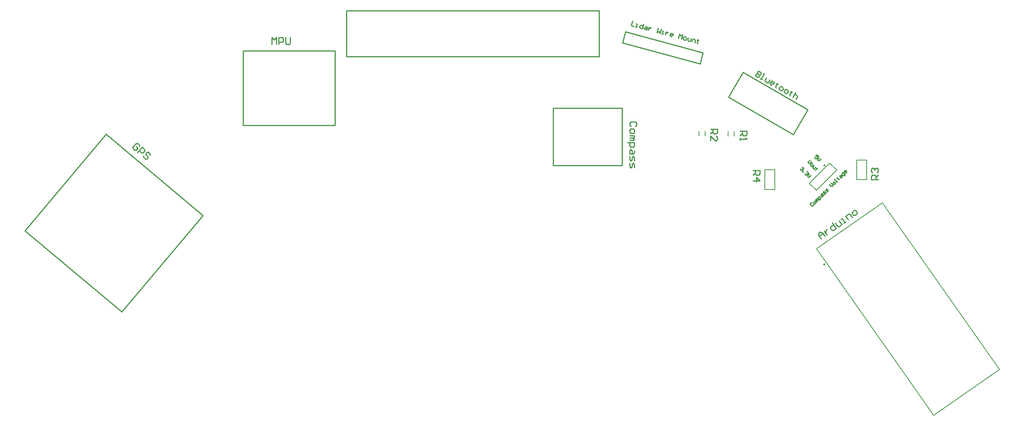
<source format=gto>
G04*
G04 #@! TF.GenerationSoftware,Altium Limited,Altium Designer,23.5.1 (21)*
G04*
G04 Layer_Color=65535*
%FSLAX25Y25*%
%MOIN*%
G70*
G04*
G04 #@! TF.SameCoordinates,FF9463CB-EB02-43C4-9E9F-CA5E416C3207*
G04*
G04*
G04 #@! TF.FilePolarity,Positive*
G04*
G01*
G75*
%ADD10C,0.00984*%
%ADD11C,0.00787*%
%ADD12C,0.01000*%
D10*
X806675Y219952D02*
G03*
X806675Y219952I-492J0D01*
G01*
X806518Y133543D02*
G03*
X806518Y133543I-492J0D01*
G01*
D11*
X810777Y221901D02*
X816901Y215777D01*
X793099Y204223D02*
X810777Y221901D01*
X793099Y204223D02*
X799223Y198099D01*
X816901Y215777D01*
X722343Y245532D02*
Y249468D01*
X727657Y245532D02*
Y249468D01*
X696843Y246031D02*
Y249969D01*
X702157Y246031D02*
Y249969D01*
X842831Y207437D02*
Y224563D01*
X834169Y207437D02*
X842831D01*
X834169D02*
Y224563D01*
X842831D01*
X754169Y198937D02*
Y216063D01*
X762831D01*
Y198937D02*
Y216063D01*
X754169Y198937D02*
X762831D01*
X799358Y147185D02*
X856698Y187336D01*
X958508Y41936D01*
X901167Y1786D02*
X958508Y41936D01*
X799358Y147185D02*
X901167Y1786D01*
D12*
X570000Y270000D02*
X630000D01*
X570000Y220000D02*
Y270000D01*
Y220000D02*
X630000D01*
Y270000D01*
X630239Y326817D02*
X632827Y336476D01*
X700442Y318359D01*
X697854Y308700D02*
X700442Y318359D01*
X630239Y326817D02*
X697854Y308700D01*
X300000Y255000D02*
Y320000D01*
Y255000D02*
X380000D01*
Y320000D01*
X300000D02*
X380000D01*
X390000Y315000D02*
X610000D01*
X390000D02*
Y355000D01*
X610000Y315000D02*
Y355000D01*
X390000D02*
X610000D01*
X722704Y279420D02*
X735204Y301071D01*
X791495Y268571D01*
X778995Y246920D02*
X791495Y268571D01*
X722704Y279420D02*
X778995Y246920D01*
X110054Y162774D02*
X180761Y247039D01*
X110054Y162774D02*
X194319Y92068D01*
X265026Y176333D01*
X180761Y247039D02*
X265026Y176333D01*
X793535Y224621D02*
X792121Y223207D01*
Y221793D01*
X793535Y221793D01*
X794949Y223207D01*
X793888Y220026D02*
X794595Y219319D01*
X795302Y219319D01*
X796009Y220026D01*
Y220733D01*
X795302Y221440D01*
X794595Y221440D01*
X793888Y220733D01*
Y220026D01*
X797069Y219672D02*
X796009Y218612D01*
Y217905D01*
X797069Y216845D01*
X798483Y218259D01*
X799897Y217552D02*
X799543Y217198D01*
X799190Y217552D01*
X799897Y216845D01*
X799543Y217198D01*
X798483Y216138D01*
Y215431D01*
X786681Y218267D02*
X787388D01*
X788095Y217560D01*
X788095Y216853D01*
X787742Y216500D01*
X787035D01*
X786681Y216853D01*
X787035Y216500D01*
X787035Y215793D01*
X786681Y215440D01*
X785975Y215440D01*
X785268Y216147D01*
Y216853D01*
X787035Y214379D02*
X787388Y214733D01*
X787742Y214379D01*
X787388Y214026D01*
X787035Y214379D01*
X790569D02*
X791276D01*
X791983Y213672D01*
Y212966D01*
X791630Y212612D01*
X790923D01*
X790569Y212966D01*
X790923Y212612D01*
X790923Y211905D01*
X790569Y211552D01*
X789862Y211552D01*
X789155Y212259D01*
Y212966D01*
X793043Y212612D02*
X791630Y211198D01*
Y209785D01*
X793043D01*
X794457Y211198D01*
X800949Y227707D02*
X799535Y229121D01*
X798475Y228060D01*
X799535Y227707D01*
X799888Y227353D01*
Y226647D01*
X799181Y225940D01*
X798475Y225940D01*
X797768Y226646D01*
Y227353D01*
X801655Y227000D02*
X800242Y225586D01*
Y224172D01*
X801655D01*
X803069Y225586D01*
X732501Y249999D02*
X738499D01*
Y247000D01*
X737499Y246000D01*
X735500D01*
X734500Y247000D01*
Y249999D01*
Y247999D02*
X732501Y246000D01*
Y244001D02*
Y242001D01*
Y243001D01*
X738499D01*
X737499Y244001D01*
X707001Y251498D02*
X712999D01*
Y248499D01*
X711999Y247500D01*
X710000D01*
X709000Y248499D01*
Y251498D01*
Y249499D02*
X707001Y247500D01*
Y241502D02*
Y245500D01*
X711000Y241502D01*
X711999D01*
X712999Y242501D01*
Y244501D01*
X711999Y245500D01*
X852999Y207502D02*
X847001D01*
Y210501D01*
X848001Y211500D01*
X850000D01*
X851000Y210501D01*
Y207502D01*
Y209501D02*
X852999Y211500D01*
X848001Y213500D02*
X847001Y214499D01*
Y216499D01*
X848001Y217498D01*
X849000D01*
X850000Y216499D01*
Y215499D01*
Y216499D01*
X851000Y217498D01*
X851999D01*
X852999Y216499D01*
Y214499D01*
X851999Y213500D01*
X744001Y215498D02*
X749999D01*
Y212499D01*
X748999Y211500D01*
X747000D01*
X746000Y212499D01*
Y215498D01*
Y213499D02*
X744001Y211500D01*
Y206501D02*
X749999D01*
X747000Y209500D01*
Y205502D01*
X324992Y325500D02*
Y331498D01*
X326991Y329499D01*
X328991Y331498D01*
Y325500D01*
X330990D02*
Y331498D01*
X333989D01*
X334988Y330499D01*
Y328499D01*
X333989Y327500D01*
X330990D01*
X336988Y331498D02*
Y326500D01*
X337988Y325500D01*
X339987D01*
X340987Y326500D01*
Y331498D01*
X795156Y187276D02*
X794449Y187276D01*
X793742Y186569D01*
Y185862D01*
X795156Y184449D01*
X795862D01*
X796569Y185156D01*
X796569Y185862D01*
X797983Y186569D02*
X798690Y187276D01*
X798690Y187983D01*
X797983Y188690D01*
X797276D01*
X796569Y187983D01*
X796569Y187276D01*
X797276Y186569D01*
X797983D01*
X799750Y188337D02*
X798337Y189750D01*
X798690Y190104D01*
X799397Y190104D01*
X800457Y189043D01*
X799397Y190104D01*
X799397Y190811D01*
X800104D01*
X801164Y189750D01*
X802578D02*
X800457Y191871D01*
X801517Y192931D01*
X802224D01*
X802931Y192224D01*
Y191517D01*
X801871Y190457D01*
X802931Y194345D02*
X803638Y195052D01*
X804345D01*
X805405Y193992D01*
X804345Y192931D01*
X803638D01*
Y193638D01*
X804698Y194698D01*
X806112D02*
X807172Y195759D01*
Y196466D01*
X806466D01*
X805759Y195759D01*
X805052D01*
X805052Y196466D01*
X806112Y197526D01*
X808233Y196819D02*
X809293Y197879D01*
X809293Y198586D01*
X808586Y198586D01*
X807879Y197879D01*
X807172D01*
Y198586D01*
X808233Y199647D01*
X810353Y203181D02*
X811767Y201767D01*
X813181D01*
X813181Y203181D01*
X811767Y204595D01*
X814948Y203534D02*
X815655Y204241D01*
X815655Y204948D01*
X814948Y205655D01*
X814241D01*
X813534Y204948D01*
X813534Y204241D01*
X814241Y203534D01*
X814948D01*
X816715Y205302D02*
X817422Y206009D01*
X817069Y205655D01*
X814948Y207776D01*
X814595Y207422D01*
X817069Y209189D02*
X817422Y208836D01*
X817069Y208483D01*
X817776Y209189D01*
X817422Y208836D01*
X818482Y207776D01*
X819189D01*
Y210603D02*
X819896Y211310D01*
X820603D01*
X821663Y210250D01*
X820603Y209189D01*
X819896D01*
Y209896D01*
X820957Y210957D01*
X823784D02*
X824138Y211310D01*
X824138Y212017D01*
X822370Y213784D01*
X821310Y212724D01*
Y212017D01*
X822017Y211310D01*
X822724D01*
X823784Y212370D01*
X825551Y214138D02*
X824844Y213431D01*
X824138D01*
X823431Y214138D01*
X823431Y214844D01*
X824138Y215551D01*
X824844D01*
X825198Y215198D01*
X823784Y213784D01*
X638924Y345712D02*
X637889Y341849D01*
X640464Y341160D01*
X641752Y340814D02*
X643039Y340470D01*
X642395Y340642D01*
X643085Y343217D01*
X642442Y343390D01*
X648580Y343125D02*
X647545Y339262D01*
X645614Y339780D01*
X645143Y340596D01*
X645488Y341883D01*
X646304Y342355D01*
X648235Y341837D01*
X650167Y341320D02*
X651454Y340975D01*
X651925Y340158D01*
X651408Y338227D01*
X649477Y338745D01*
X649005Y339561D01*
X649822Y340032D01*
X651753Y339515D01*
X653385Y340457D02*
X652695Y337882D01*
X653040Y339170D01*
X653857Y339641D01*
X654673Y340112D01*
X655316Y339940D01*
X661455Y339675D02*
X660420Y335812D01*
X662053Y336755D01*
X662995Y335122D01*
X664030Y338985D01*
X664283Y334777D02*
X665570Y334432D01*
X664926Y334605D01*
X665616Y337180D01*
X664973Y337352D01*
X668191Y336490D02*
X667501Y333915D01*
X667846Y335202D01*
X668663Y335674D01*
X669479Y336145D01*
X670123Y335972D01*
X673295Y332363D02*
X672008Y332708D01*
X671536Y333524D01*
X671881Y334811D01*
X672697Y335282D01*
X673985Y334938D01*
X674456Y334121D01*
X674284Y333477D01*
X671709Y334168D01*
X679089Y330810D02*
X680124Y334672D01*
X681066Y333040D01*
X682699Y333983D01*
X681664Y330120D01*
X683595Y329603D02*
X684882Y329258D01*
X685699Y329729D01*
X686044Y331016D01*
X685572Y331833D01*
X684285Y332178D01*
X683469Y331706D01*
X683124Y330419D01*
X683595Y329603D01*
X687504Y331315D02*
X686986Y329384D01*
X687457Y328568D01*
X689389Y328050D01*
X690079Y330625D01*
X690676Y327705D02*
X691366Y330280D01*
X693297Y329763D01*
X693769Y328946D01*
X693251Y327015D01*
X696045Y329716D02*
X695872Y329073D01*
X695229Y329245D01*
X696516Y328900D01*
X695872Y329073D01*
X695355Y327142D01*
X695826Y326325D01*
X748574Y302369D02*
X746075Y298041D01*
X748239Y296791D01*
X749377Y297096D01*
X749794Y297817D01*
X749489Y298955D01*
X747324Y300205D01*
X749489Y298955D01*
X750627Y299260D01*
X751043Y299982D01*
X750738Y301120D01*
X748574Y302369D01*
X750403Y295542D02*
X751846Y294708D01*
X751125Y295125D01*
X753624Y299454D01*
X752903Y299870D01*
X755677Y296345D02*
X754427Y294180D01*
X754732Y293042D01*
X756897Y291793D01*
X758563Y294678D01*
X760504Y289710D02*
X759061Y290543D01*
X758756Y291681D01*
X759589Y293124D01*
X760727Y293429D01*
X762170Y292596D01*
X762475Y291458D01*
X762058Y290736D01*
X759173Y292403D01*
X765472Y291651D02*
X765056Y290930D01*
X764334Y291346D01*
X765777Y290513D01*
X765056Y290930D01*
X763806Y288765D01*
X764111Y287627D01*
X766997Y285961D02*
X768440Y285128D01*
X769578Y285433D01*
X770411Y286876D01*
X770106Y288014D01*
X768663Y288847D01*
X767525Y288542D01*
X766692Y287099D01*
X766997Y285961D01*
X771326Y283462D02*
X772769Y282629D01*
X773907Y282934D01*
X774740Y284377D01*
X774435Y285515D01*
X772992Y286348D01*
X771854Y286043D01*
X771021Y284600D01*
X771326Y283462D01*
X777737Y284570D02*
X777320Y283849D01*
X776599Y284265D01*
X778042Y283432D01*
X777320Y283849D01*
X776071Y281684D01*
X776376Y280546D01*
X781039Y283626D02*
X778540Y279297D01*
X779790Y281461D01*
X780928Y281766D01*
X782371Y280933D01*
X782676Y279795D01*
X781426Y277631D01*
X209717Y236447D02*
X209594Y237855D01*
X208062Y239141D01*
X206654Y239017D01*
X204083Y235954D01*
X204207Y234546D01*
X205738Y233261D01*
X207147Y233384D01*
X208432Y234915D01*
X206900Y236201D01*
X208036Y231333D02*
X211891Y235928D01*
X214189Y234000D01*
X214312Y232592D01*
X213027Y231060D01*
X211618Y230937D01*
X209321Y232864D01*
X218907Y228736D02*
X218783Y230145D01*
X217252Y231430D01*
X215843Y231306D01*
X215201Y230541D01*
X215324Y229132D01*
X216856Y227847D01*
X216979Y226439D01*
X216336Y225673D01*
X214928Y225550D01*
X213396Y226835D01*
X213273Y228243D01*
X641498Y254005D02*
X642498Y255005D01*
Y257004D01*
X641498Y258004D01*
X637500D01*
X636500Y257004D01*
Y255005D01*
X637500Y254005D01*
X636500Y251006D02*
Y249007D01*
X637500Y248007D01*
X639499D01*
X640499Y249007D01*
Y251006D01*
X639499Y252006D01*
X637500D01*
X636500Y251006D01*
Y246008D02*
X640499D01*
Y245008D01*
X639499Y244009D01*
X636500D01*
X639499D01*
X640499Y243009D01*
X639499Y242009D01*
X636500D01*
X634501Y240010D02*
X640499D01*
Y237011D01*
X639499Y236011D01*
X637500D01*
X636500Y237011D01*
Y240010D01*
X640499Y233012D02*
Y231013D01*
X639499Y230013D01*
X636500D01*
Y233012D01*
X637500Y234012D01*
X638499Y233012D01*
Y230013D01*
X636500Y228014D02*
Y225015D01*
X637500Y224015D01*
X638499Y225015D01*
Y227014D01*
X639499Y228014D01*
X640499Y227014D01*
Y224015D01*
X636500Y222016D02*
Y219017D01*
X637500Y218017D01*
X638499Y219017D01*
Y221016D01*
X639499Y222016D01*
X640499Y221016D01*
Y218017D01*
X803347Y155778D02*
X801054Y159054D01*
X801544Y161838D01*
X804329Y161347D01*
X806623Y158072D01*
X804902Y160528D01*
X801627Y158235D01*
X805967Y162494D02*
X808260Y159218D01*
X807114Y160856D01*
X807359Y162249D01*
X807605Y163641D01*
X808424Y164214D01*
X813009Y169866D02*
X816449Y164952D01*
X813993Y163232D01*
X812600Y163478D01*
X811454Y165115D01*
X811699Y166508D01*
X814156Y168228D01*
X815794Y169375D02*
X817514Y166918D01*
X818906Y166673D01*
X821363Y168393D01*
X819069Y171668D01*
X823000Y169539D02*
X824638Y170686D01*
X823819Y170113D01*
X821526Y173388D01*
X820707Y172815D01*
X827095Y172406D02*
X824801Y175682D01*
X827258Y177402D01*
X828650Y177157D01*
X830370Y174700D01*
X832827Y176420D02*
X834465Y177567D01*
X834710Y178959D01*
X833564Y180597D01*
X832171Y180842D01*
X830534Y179696D01*
X830288Y178303D01*
X831435Y176666D01*
X832827Y176420D01*
M02*

</source>
